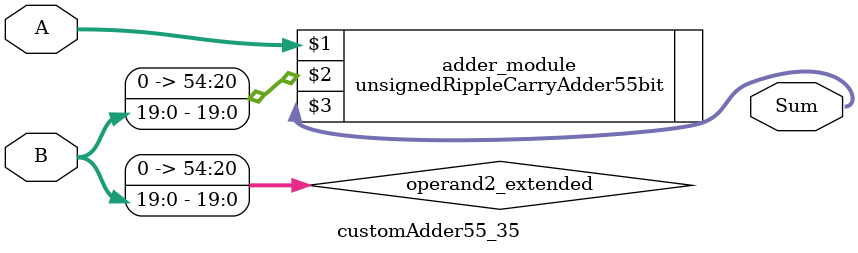
<source format=v>
module customAdder55_35(
                        input [54 : 0] A,
                        input [19 : 0] B,
                        
                        output [55 : 0] Sum
                );

        wire [54 : 0] operand2_extended;
        
        assign operand2_extended =  {35'b0, B};
        
        unsignedRippleCarryAdder55bit adder_module(
            A,
            operand2_extended,
            Sum
        );
        
        endmodule
        
</source>
